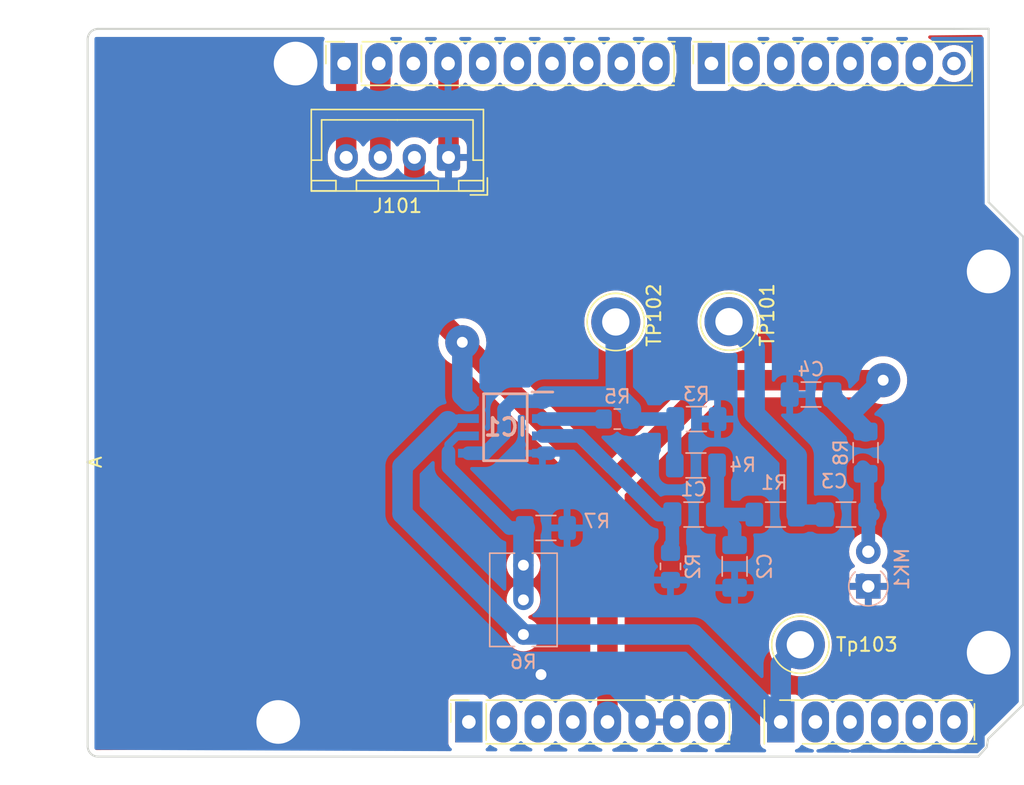
<source format=kicad_pcb>
(kicad_pcb (version 20221018) (generator pcbnew)
  (title_block (title "PCB capteur audio") (date "novembre, 37  2023"))
  (layers (0 "F.Cu" signal) (31 "B.Cu" signal) (34 "B.Paste" user) (35 "F.Paste" user) (36 "B.SilkS" user "B.Silkscreen") (37 "F.SilkS" user "F.Silkscreen") (38 "B.Mask" user) (39 "F.Mask" user) (44 "Edge.Cuts" user))
  (net 0 "")
  (net 1 "GND")
  (net 3 "+5V")
  (net 4 "/IOREF")
  (net 5 "/A0")
  (net 6 "/A1")
  (net 7 "/A2")
  (net 8 "/A3")
  (net 9 "/SDA{slash}A4")
  (net 10 "/SCL{slash}A5")
  (net 11 "/13")
  (net 12 "/12")
  (net 13 "/AREF")
  (net 14 "/8")
  (net 15 "/7")
  (net 16 "/*11")
  (net 17 "/*10")
  (net 18 "/*9")
  (net 19 "/4")
  (net 20 "/2")
  (net 21 "/*6")
  (net 22 "/*5")
  (net 23 "/TX{slash}1")
  (net 24 "/*3")
  (net 25 "/RX{slash}0")
  (net 26 "+3V3")
  (net 27 "VCC")
  (net 28 "/~{RESET}")
  (net 29 "Net-(C1-Pad1)")
  (net 30 "Net-(IC1-NON-INVERTING_INPUT_A)")
  (net 31 "Net-(MK1-+)")
  (net 32 "Net-(C3-Pad2)")
  (net 33 "/Out_Etage_1")
  (net 34 "Net-(IC1-INVERTING_INPUT_B)")
  (net 35 "Net-(IC1-INVERTING_INPUT_A)")
  (footprint "Connector_PinSocket_2.54mm:PinSocket_1x08_P2.54mm_Vertical" (layer "F.Cu") (at 127.94 97.46 90)
    (fp_text reference "J1" hide)
    (fp_text value "Power" hide)
    (fp_line (start -1.6 1.27) (end -1.6 19.11) (stroke (width 0.12)) (layer "F.SilkS"))
    (fp_line (start -1.33 1.27) (end 1.33 1.27) (stroke (width 0.12)) (layer "F.SilkS"))
    (fp_line (start -1.33 19.11) (end 1.33 19.11) (stroke (width 0.12)) (layer "F.SilkS"))
    (fp_line (start 0 -1.33) (end 1.33 -1.33) (stroke (width 0.12)) (layer "F.SilkS"))
    (fp_line (start 1.6 -1.33) (end 1.6 0) (stroke (width 0.12)) (layer "F.SilkS"))
    (fp_line (start 1.6 1.28) (end 1.6 19.12) (stroke (width 0.12)) (layer "F.SilkS"))
    (pad "1" thru_hole rect locked (at 0 0 90) (size 3 2) (drill 1) (layers "*.Cu" "*.Mask"))
    (pad "2" thru_hole oval locked (at 0 2.54 90) (size 3 2) (drill 1) (layers "*.Cu" "*.Mask") (net 4 "/IOREF"))
    (pad "3" thru_hole oval locked (at 0 5.08 90) (size 3 2) (drill 1) (layers "*.Cu" "*.Mask") (net 28 "/~{RESET}"))
    (pad "4" thru_hole oval locked (at 0 7.62 90) (size 3 2) (drill 1) (layers "*.Cu" "*.Mask") (net 26 "+3V3"))
    (pad "5" thru_hole oval locked (at 0 10.16 90) (size 3 2) (drill 1) (layers "*.Cu" "*.Mask") (net 3 "+5V"))
    (pad "6" thru_hole oval locked (at 0 12.7 90) (size 3 2) (drill 1) (layers "*.Cu" "*.Mask") (net 1 "GND"))
    (pad "7" thru_hole oval locked (at 0 15.24 90) (size 3 2) (drill 1) (layers "*.Cu" "*.Mask") (net 1 "GND"))
    (pad "8" thru_hole oval locked (at 0 17.78 90) (size 3 2) (drill 1) (layers "*.Cu" "*.Mask") (net 27 "VCC"))
  )
  (footprint "Connector_PinSocket_2.54mm:PinSocket_1x06_P2.54mm_Vertical" (layer "F.Cu") (at 150.8 97.46 90)
    (fp_text reference "J3" hide)
    (fp_text value "Analog")
    (fp_line (start -1.6 -1.2) (end 1.06 -1.2) (stroke (width 0.12)) (layer "F.SilkS"))
    (fp_line (start -1.6 1.6) (end -1.6 14.36) (stroke (width 0.12)) (layer "F.SilkS"))
    (fp_line (start -1.33 14.2) (end 1.33 14.2) (stroke (width 0.12)) (layer "F.SilkS"))
    (fp_line (start 0.27 -1.2) (end 1.6 -1.2) (stroke (width 0.12)) (layer "F.SilkS"))
    (fp_line (start 1.6 -0.065) (end 1.6 1.265) (stroke (width 0.12)) (layer "F.SilkS"))
    (fp_line (start 1.6 1.27) (end 1.6 14.03) (stroke (width 0.12)) (layer "F.SilkS"))
    (pad "1" thru_hole rect locked (at 0 0 90) (size 3 2) (drill 1) (layers "*.Cu" "*.Mask") (net 5 "/A0"))
    (pad "2" thru_hole oval locked (at 0 2.54 90) (size 3 2) (drill 1) (layers "*.Cu" "*.Mask") (net 6 "/A1"))
    (pad "3" thru_hole oval locked (at 0 5.08 90) (size 3 2) (drill 1) (layers "*.Cu" "*.Mask") (net 7 "/A2"))
    (pad "4" thru_hole oval locked (at 0 7.62 90) (size 3 2) (drill 1) (layers "*.Cu" "*.Mask") (net 8 "/A3"))
    (pad "5" thru_hole oval locked (at 0 10.16 90) (size 3 2) (drill 1) (layers "*.Cu" "*.Mask") (net 9 "/SDA{slash}A4"))
    (pad "6" thru_hole oval locked (at 0 12.7 90) (size 3 2) (drill 1) (layers "*.Cu" "*.Mask") (net 10 "/SCL{slash}A5"))
  )
  (footprint "Connector_PinSocket_2.54mm:PinSocket_1x10_P2.54mm_Vertical" (layer "F.Cu") (at 118.796 49.2 90)
    (fp_text reference "J2" hide)
    (fp_text value "Digital/PWM")
    (fp_line (start -1.6 1.27) (end -1.6 24.19) (stroke (width 0.12)) (layer "F.SilkS"))
    (fp_line (start -1.33 1.27) (end 1.33 1.27) (stroke (width 0.12)) (layer "F.SilkS"))
    (fp_line (start -1.33 24.19) (end 1.33 24.19) (stroke (width 0.12)) (layer "F.SilkS"))
    (fp_line (start 0 -1.33) (end 1.33 -1.33) (stroke (width 0.12)) (layer "F.SilkS"))
    (fp_line (start 1.6 -1.33) (end 1.6 0) (stroke (width 0.12)) (layer "F.SilkS"))
    (fp_line (start 1.6 1.34) (end 1.6 24.26) (stroke (width 0.12)) (layer "F.SilkS"))
    (pad "1" thru_hole rect locked (at 0 0 90) (size 3 2) (drill 1) (layers "*.Cu" "*.Mask") (net 10 "/SCL{slash}A5"))
    (pad "2" thru_hole oval locked (at 0 2.54 90) (size 3 2) (drill 1) (layers "*.Cu" "*.Mask") (net 9 "/SDA{slash}A4"))
    (pad "3" thru_hole oval locked (at 0 5.08 90) (size 3 2) (drill 1) (layers "*.Cu" "*.Mask") (net 13 "/AREF"))
    (pad "4" thru_hole oval locked (at 0 7.62 90) (size 3 2) (drill 1) (layers "*.Cu" "*.Mask") (net 1 "GND"))
    (pad "5" thru_hole oval locked (at 0 10.16 90) (size 3 2) (drill 1) (layers "*.Cu" "*.Mask") (net 11 "/13"))
    (pad "6" thru_hole oval locked (at 0 12.7 90) (size 3 2) (drill 1) (layers "*.Cu" "*.Mask") (net 12 "/12"))
    (pad "7" thru_hole oval locked (at 0 15.24 90) (size 3 2) (drill 1) (layers "*.Cu" "*.Mask") (net 16 "/*11"))
    (pad "8" thru_hole oval locked (at 0 17.78 90) (size 3 2) (drill 1) (layers "*.Cu" "*.Mask") (net 17 "/*10"))
    (pad "9" thru_hole oval locked (at 0 20.32 90) (size 3 2) (drill 1) (layers "*.Cu" "*.Mask") (net 18 "/*9"))
    (pad "10" thru_hole oval locked (at 0 22.86 90) (size 3 2) (drill 1) (layers "*.Cu" "*.Mask") (net 14 "/8"))
  )
  (footprint "Connector_PinSocket_2.54mm:PinSocket_1x08_P2.54mm_Vertical" (layer "F.Cu") (at 145.72 49.2 90)
    (fp_text reference "J4" hide)
    (fp_text value "Digital/PWM")
    (fp_line (start -1.6 1.27) (end -1.6 19.11) (stroke (width 0.12)) (layer "F.SilkS"))
    (fp_line (start -1.33 1.27) (end 1.33 1.27) (stroke (width 0.12)) (layer "F.SilkS"))
    (fp_line (start -1.33 19.11) (end 1.33 19.11) (stroke (width 0.12)) (layer "F.SilkS"))
    (fp_line (start 0 -1.33) (end 1.33 -1.33) (stroke (width 0.12)) (layer "F.SilkS"))
    (fp_line (start 1.6 -1.33) (end 1.6 0) (stroke (width 0.12)) (layer "F.SilkS"))
    (fp_line (start 1.6 1.28) (end 1.6 19.12) (stroke (width 0.12)) (layer "F.SilkS"))
    (pad "1" thru_hole rect locked (at 0 0 90) (size 3 2) (drill 1) (layers "*.Cu" "*.Mask") (net 15 "/7"))
    (pad "2" thru_hole oval locked (at 0 2.54 90) (size 3 2) (drill 1) (layers "*.Cu" "*.Mask") (net 21 "/*6"))
    (pad "3" thru_hole oval locked (at 0 5.08 90) (size 3 2) (drill 1) (layers "*.Cu" "*.Mask" "F.Adhes") (net 22 "/*5"))
    (pad "4" thru_hole oval locked (at 0 7.62 90) (size 3 2) (drill 1) (layers "*.Cu" "*.Mask") (net 19 "/4"))
    (pad "5" thru_hole oval locked (at 0 10.16 90) (size 3 2) (drill 1) (layers "*.Cu" "*.Mask") (net 24 "/*3"))
    (pad "6" thru_hole oval locked (at 0 12.7 90) (size 3 2) (drill 1) (layers "*.Cu" "*.Mask") (net 20 "/2"))
    (pad "7" thru_hole oval locked (at 0 15.24 90) (size 3 2) (drill 1) (layers "*.Cu" "*.Mask") (net 23 "/TX{slash}1"))
    (pad "8" thru_hole oval locked (at 0 17.78 90) (size 1.7 1.7) (drill 1) (layers "*.Cu" "*.Mask") (net 25 "/RX{slash}0"))
  )
  (footprint "TestPoint:TestPoint_Loop_D3.80mm_Drill2.0mm" (layer "F.Cu") (at 147.01 68.12 90)
    (fp_text reference "TP101" (at 0.5 2.8 90) (layer "F.SilkS"))
    (fp_text value "Out1")
    (fp_circle (center 0 0) (end 2.1 0) (stroke (width 0.12)) (fill none) (layer "F.SilkS"))
    (pad "1" thru_hole circle (at 0 0 90) (size 3.6 3.6) (drill 2) (layers "*.Cu" "*.Mask") (net 32 "Net-(C3-Pad2)"))
  )
  (footprint "Arduino_MountingHole:MountingHole_3.2mm" (layer "F.Cu") (at 115.24 49.2)
    (fp_text reference "MH1" hide)
    (fp_text value "MountingHole_3.2mm" hide)
    (pad "" np_thru_hole circle locked (at 0 0) (size 3.2 3.2) (drill 3.2) (layers "*.Cu" "*.Mask"))
  )
  (footprint "TestPoint:TestPoint_Loop_D3.80mm_Drill2.0mm" (layer "F.Cu") (at 152.24 91.8)
    (fp_text reference "Tp103" (at 4.87 -0.01) (layer "F.SilkS"))
    (fp_text value "Out3")
    (fp_circle (center 0 0) (end 2.1 0) (stroke (width 0.12)) (fill none) (layer "F.SilkS"))
    (pad "1" thru_hole circle (at 0 0) (size 3.6 3.6) (drill 2) (layers "*.Cu" "*.Mask") (net 5 "/A0"))
  )
  (footprint "TestPoint:TestPoint_Loop_D3.80mm_Drill2.0mm" (layer "F.Cu") (at 138.71 68.14 90)
    (fp_text reference "TP102" (at 0.5 2.8 90) (layer "F.SilkS"))
    (fp_text value "Out2")
    (fp_circle (center 0 0) (end 2.1 0) (stroke (width 0.12)) (fill none) (layer "F.SilkS"))
    (pad "1" thru_hole circle (at 0 0 90) (size 3.6 3.6) (drill 2) (layers "*.Cu" "*.Mask") (net 33 "/Out_Etage_1"))
  )
  (footprint "Arduino_MountingHole:MountingHole_3.2mm" (layer "F.Cu") (at 113.97 97.46)
    (fp_text reference "MH2" hide)
    (fp_text value "MountingHole_3.2mm" hide)
    (pad "" np_thru_hole circle locked (at 0 0) (size 3.2 3.2) (drill 3.2) (layers "*.Cu" "*.Mask"))
  )
  (footprint "Arduino_MountingHole:MountingHole_3.2mm" (layer "F.Cu") (at 166.04 64.44)
    (fp_text reference "MH3" hide)
    (fp_text value "MountingHole_3.2mm" hide)
    (pad "" np_thru_hole circle locked (at 0 0) (size 3.2 3.2) (drill 3.2) (layers "*.Cu" "*.Mask"))
  )
  (footprint "Connector_JST:JST_XH_B4B-XH-A_1x04_P2.50mm_Vertical" (layer "F.Cu") (at 126.45 56.08 180)
    (fp_text reference "J101" (at 3.75 -3.55) (layer "F.SilkS"))
    (fp_text value "Conn_01x04_Female")
    (fp_line (start -2.85 -2.75) (end -2.85 -1.5) (stroke (width 0.12)) (layer "F.SilkS"))
    (fp_line (start -2.56 -2.46) (end -2.56 3.51) (stroke (width 0.12)) (layer "F.SilkS"))
    (fp_line (start -2.56 3.51) (end 10.06 3.51) (stroke (width 0.12)) (layer "F.SilkS"))
    (fp_line (start -2.55 -2.45) (end -2.55 -1.7) (stroke (width 0.12)) (layer "F.SilkS"))
    (fp_line (start -2.55 -1.7) (end -0.75 -1.7) (stroke (width 0.12)) (layer "F.SilkS"))
    (fp_line (start -2.55 -0.2) (end -1.8 -0.2) (stroke (width 0.12)) (layer "F.SilkS"))
    (fp_line (start -1.8 -0.2) (end -1.8 2.75) (stroke (width 0.12)) (layer "F.SilkS"))
    (fp_line (start -1.8 2.75) (end 3.75 2.75) (stroke (width 0.12)) (layer "F.SilkS"))
    (fp_line (start -1.6 -2.75) (end -2.85 -2.75) (stroke (width 0.12)) (layer "F.SilkS"))
    (fp_line (start -0.75 -2.45) (end -2.55 -2.45) (stroke (width 0.12)) (layer "F.SilkS"))
    (fp_line (start -0.75 -1.7) (end -0.75 -2.45) (stroke (width 0.12)) (layer "F.SilkS"))
    (fp_line (start 0.75 -2.45) (end 0.75 -1.7) (stroke (width 0.12)) (layer "F.SilkS"))
    (fp_line (start 0.75 -1.7) (end 6.75 -1.7) (stroke (width 0.12)) (layer "F.SilkS"))
    (fp_line (start 6.75 -2.45) (end 0.75 -2.45) (stroke (width 0.12)) (layer "F.SilkS"))
    (fp_line (start 6.75 -1.7) (end 6.75 -2.45) (stroke (width 0.12)) (layer "F.SilkS"))
    (fp_line (start 8.25 -2.45) (end 8.25 -1.7) (stroke (width 0.12)) (layer "F.SilkS"))
    (fp_line (start 8.25 -1.7) (end 10.05 -1.7) (stroke (width 0.12)) (layer "F.SilkS"))
    (fp_line (start 9.3 -0.2) (end 9.3 2.75) (stroke (width 0.12)) (layer "F.SilkS"))
    (fp_line (start 9.3 2.75) (end 3.75 2.75) (stroke (width 0.12)) (layer "F.SilkS"))
    (fp_line (start 10.05 -2.45) (end 8.25 -2.45) (stroke (width 0.12)) (layer "F.SilkS"))
    (fp_line (start 10.05 -1.7) (end 10.05 -2.45) (stroke (width 0.12)) (layer "F.SilkS"))
    (fp_line (start 10.05 -0.2) (end 9.3 -0.2) (stroke (width 0.12)) (layer "F.SilkS"))
    (fp_line (start 10.06 -2.46) (end -2.56 -2.46) (stroke (width 0.12)) (layer "F.SilkS"))
    (fp_line (start 10.06 3.51) (end 10.06 -2.46) (stroke (width 0.12)) (layer "F.SilkS"))
    (pad "1" thru_hole roundrect (at 0 0 180) (size 1.7 1.95) (drill 0.95) (layers "*.Cu" "*.Mask") (roundrect_rratio 0.147059) (net 1 "GND"))
    (pad "2" thru_hole oval (at 2.5 0 180) (size 1.7 1.95) (drill 0.95) (layers "*.Cu" "*.Mask") (net 3 "+5V"))
    (pad "3" thru_hole oval (at 5 0 180) (size 1.7 1.95) (drill 0.95) (layers "*.Cu" "*.Mask") (net 9 "/SDA{slash}A4"))
    (pad "4" thru_hole oval (at 7.5 0 180) (size 1.7 1.95) (drill 0.95) (layers "*.Cu" "*.Mask") (net 10 "/SCL{slash}A5"))
  )
  (footprint "Arduino_MountingHole:MountingHole_3.2mm" (layer "F.Cu") (at 166.04 92.38)
    (fp_text reference "MH4" hide)
    (fp_text value "MountingHole_3.2mm" hide)
    (pad "" np_thru_hole circle locked (at 0 0) (size 3.2 3.2) (drill 3.2) (layers "*.Cu" "*.Mask"))
  )
  (footprint "Capacitor_SMD:C_1206_3216Metric_Pad1.33x1.80mm_HandSolder" (layer "B.Cu") (at 155.5825 82.2575 180)
    (fp_text reference "C3" (at 0.8625 2.4375) (layer "B.SilkS") (effects (justify mirror)))
    (fp_text value "10n")
    (fp_line (start -0.711252 -0.91) (end 0.711252 -0.91) (stroke (width 0.12)) (layer "B.SilkS"))
    (fp_line (start -0.711252 0.91) (end 0.711252 0.91) (stroke (width 0.12)) (layer "B.SilkS"))
    (pad "1" smd roundrect (at -1.5625 0 180) (size 1.325 1.8) (layers "B.Cu" "B.Paste" "B.Mask") (roundrect_rratio 0.188679) (net 31 "Net-(MK1-+)"))
    (pad "2" smd roundrect (at 1.5625 0 180) (size 1.325 1.8) (layers "B.Cu" "B.Paste" "B.Mask") (roundrect_rratio 0.188679) (net 32 "Net-(C3-Pad2)"))
  )
  (footprint "Resistor_SMD:R_0805_2012Metric_Pad1.20x1.40mm_HandSolder" (layer "B.Cu") (at 142.72 86.0575 90)
    (fp_text reference "R2" (at 0 1.65 270) (layer "B.SilkS") (effects (justify mirror)))
    (fp_text value "20k")
    (fp_line (start -0.227064 -0.735) (end 0.227064 -0.735) (stroke (width 0.12)) (layer "B.SilkS"))
    (fp_line (start -0.227064 0.735) (end 0.227064 0.735) (stroke (width 0.12)) (layer "B.SilkS"))
    (pad "1" smd roundrect (at -1 0 90) (size 1.2 1.4) (layers "B.Cu" "B.Paste" "B.Mask") (roundrect_rratio 0.208333) (net 1 "GND"))
    (pad "2" smd roundrect (at 1 0 90) (size 1.2 1.4) (layers "B.Cu" "B.Paste" "B.Mask") (roundrect_rratio 0.208333) (net 30 "Net-(IC1-NON-INVERTING_INPUT_A)"))
  )
  (footprint "Resistor_SMD:R_1206_3216Metric_Pad1.30x1.75mm_HandSolder" (layer "B.Cu") (at 133.59 83.24 180)
    (fp_text reference "R7" (at -3.7375 0.5) (layer "B.SilkS") (effects (justify mirror)))
    (fp_text value "1k")
    (fp_line (start -0.727064 -0.91) (end 0.727064 -0.91) (stroke (width 0.12)) (layer "B.SilkS"))
    (fp_line (start -0.727064 0.91) (end 0.727064 0.91) (stroke (width 0.12)) (layer "B.SilkS"))
    (pad "1" smd roundrect (at -1.55 0 180) (size 1.3 1.75) (layers "B.Cu" "B.Paste" "B.Mask") (roundrect_rratio 0.192308) (net 1 "GND"))
    (pad "2" smd roundrect (at 1.55 0 180) (size 1.3 1.75) (layers "B.Cu" "B.Paste" "B.Mask") (roundrect_rratio 0.192308) (net 34 "Net-(IC1-INVERTING_INPUT_B)"))
  )
  (footprint "Diode_THT:D_A-405_P2.54mm_Vertical_AnodeUp" (layer "B.Cu") (at 157.22 87.52 90)
    (fp_text reference "MK1" (at 1.27 2.47 90) (layer "B.SilkS") (effects (justify mirror)))
    (fp_text value "Microphone_Ultrasound" hide)
    (fp_text user "A" (at 9.1025 -56.7 90) (layer "F.SilkS"))
    (fp_arc (start 1.113239 0.9) (mid -1.430816 0.045469) (end 1.05385 -0.968866) (stroke (width 0.12)) (layer "B.SilkS"))
    (pad "1" thru_hole rect (at 0 0 90) (size 1.8 1.8) (drill 0.9) (layers "*.Cu" "*.Mask") (net 1 "GND"))
    (pad "2" thru_hole oval (at 2.54 0 90) (size 1.8 1.8) (drill 0.9) (layers "*.Cu" "*.Mask") (net 31 "Net-(MK1-+)"))
  )
  (footprint "Potentiometer_THT:Potentiometer_Vishay_T73XW_Horizontal" (layer "B.Cu") (at 131.94 91.05)
    (fp_text reference "R6" (at 0 2.01) (layer "B.SilkS") (effects (justify mirror)))
    (fp_text value "100k")
    (fp_line (start -2.47 -5.96) (end -0.65 -5.96) (stroke (width 0.12)) (layer "B.SilkS"))
    (fp_line (start -2.47 0.88) (end -2.47 -5.96) (stroke (width 0.12)) (layer "B.SilkS"))
    (fp_line (start -2.47 0.88) (end -0.65 0.88) (stroke (width 0.12)) (layer "B.SilkS"))
    (fp_line (start 0.65 -5.96) (end 2.47 -5.96) (stroke (width 0.12)) (layer "B.SilkS"))
    (fp_line (start 0.65 0.88) (end 2.47 0.88) (stroke (width 0.12)) (layer "B.SilkS"))
    (fp_line (start 2.47 0.88) (end 2.47 -5.96) (stroke (width 0.12)) (layer "B.SilkS"))
    (pad "1" thru_hole circle (at 0 0) (size 1.44 1.44) (drill 0.8) (layers "*.Cu" "*.Mask") (net 5 "/A0"))
    (pad "2" thru_hole circle (at 0 -2.54) (size 1.44 1.44) (drill 0.8) (layers "*.Cu" "*.Mask") (net 34 "Net-(IC1-INVERTING_INPUT_B)"))
    (pad "3" thru_hole circle (at 0 -5.08) (size 1.44 1.44) (drill 0.8) (layers "*.Cu" "*.Mask") (net 34 "Net-(IC1-INVERTING_INPUT_B)"))
  )
  (footprint "Resistor_SMD:R_1206_3216Metric_Pad1.30x1.75mm_HandSolder" (layer "B.Cu") (at 144.5825 78.6575 180)
    (fp_text reference "R4" (at -3.4375 0.0375) (layer "B.SilkS") (effects (justify mirror)))
    (fp_text value "10k")
    (fp_line (start -0.727064 -0.91) (end 0.727064 -0.91) (stroke (width 0.12)) (layer "B.SilkS"))
    (fp_line (start -0.727064 0.91) (end 0.727064 0.91) (stroke (width 0.12)) (layer "B.SilkS"))
    (pad "1" smd roundrect (at -1.55 0 180) (size 1.3 1.75) (layers "B.Cu" "B.Paste" "B.Mask") (roundrect_rratio 0.192308) (net 29 "Net-(C1-Pad1)"))
    (pad "2" smd roundrect (at 1.55 0 180) (size 1.3 1.75) (layers "B.Cu" "B.Paste" "B.Mask") (roundrect_rratio 0.192308) (net 33 "/Out_Etage_1"))
  )
  (footprint "Capacitor_SMD:C_1206_3216Metric_Pad1.33x1.80mm_HandSolder" (layer "B.Cu") (at 144.42 82.2575 180)
    (fp_text reference "C1" (at 0 1.85) (layer "B.SilkS") (effects (justify mirror)))
    (fp_text value "10n")
    (fp_line (start -0.711252 -0.91) (end 0.711252 -0.91) (stroke (width 0.12)) (layer "B.SilkS"))
    (fp_line (start -0.711252 0.91) (end 0.711252 0.91) (stroke (width 0.12)) (layer "B.SilkS"))
    (pad "1" smd roundrect (at -1.5625 0 180) (size 1.325 1.8) (layers "B.Cu" "B.Paste" "B.Mask") (roundrect_rratio 0.188679) (net 29 "Net-(C1-Pad1)"))
    (pad "2" smd roundrect (at 1.5625 0 180) (size 1.325 1.8) (layers "B.Cu" "B.Paste" "B.Mask") (roundrect_rratio 0.188679) (net 30 "Net-(IC1-NON-INVERTING_INPUT_A)"))
  )
  (footprint "Capacitor_SMD:C_1206_3216Metric_Pad1.33x1.80mm_HandSolder" (layer "B.Cu") (at 147.42 86.0575 90)
    (fp_text reference "C2" (at 0 2.2 90) (layer "B.SilkS") (effects (justify mirror)))
    (fp_text value "10n")
    (fp_line (start -0.711252 -0.91) (end 0.711252 -0.91) (stroke (width 0.12)) (layer "B.SilkS"))
    (fp_line (start -0.711252 0.91) (end 0.711252 0.91) (stroke (width 0.12)) (layer "B.SilkS"))
    (pad "1" smd roundrect (at -1.5625 0 90) (size 1.325 1.8) (layers "B.Cu" "B.Paste" "B.Mask") (roundrect_rratio 0.188679) (net 1 "GND"))
    (pad "2" smd roundrect (at 1.5625 0 90) (size 1.325 1.8) (layers "B.Cu" "B.Paste" "B.Mask") (roundrect_rratio 0.188679) (net 29 "Net-(C1-Pad1)"))
  )
  (footprint "Resistor_SMD:R_1206_3216Metric_Pad1.30x1.75mm_HandSolder" (layer "B.Cu") (at 157.02 77.72 -90)
    (fp_text reference "R8" (at 0 1.82 90) (layer "B.SilkS") (effects (justify mirror)))
    (fp_text value "10k")
    (fp_line (start -0.727064 -0.91) (end 0.727064 -0.91) (stroke (width 0.12)) (layer "B.SilkS"))
    (fp_line (start -0.727064 0.91) (end 0.727064 0.91) (stroke (width 0.12)) (layer "B.SilkS"))
    (pad "1" smd roundrect (at -1.55 0 270) (size 1.3 1.75) (layers "B.Cu" "B.Paste" "B.Mask") (roundrect_rratio 0.192308) (net 3 "+5V"))
    (pad "2" smd roundrect (at 1.55 0 270) (size 1.3 1.75) (layers "B.Cu" "B.Paste" "B.Mask") (roundrect_rratio 0.192308) (net 31 "Net-(MK1-+)"))
  )
  (footprint "Resistor_SMD:R_1206_3216Metric_Pad1.30x1.75mm_HandSolder" (layer "B.Cu") (at 150.42 82.2575 180)
    (fp_text reference "R1" (at 0.1 2.3375) (layer "B.SilkS") (effects (justify mirror)))
    (fp_text value "10k")
    (fp_line (start -0.727064 -0.91) (end 0.727064 -0.91) (stroke (width 0.12)) (layer "B.SilkS"))
    (fp_line (start -0.727064 0.91) (end 0.727064 0.91) (stroke (width 0.12)) (layer "B.SilkS"))
    (pad "1" smd roundrect (at -1.55 0 180) (size 1.3 1.75) (layers "B.Cu" "B.Paste" "B.Mask") (roundrect_rratio 0.192308) (net 32 "Net-(C3-Pad2)"))
    (pad "2" smd roundrect (at 1.55 0 180) (size 1.3 1.75) (layers "B.Cu" "B.Paste" "B.Mask") (roundrect_rratio 0.192308) (net 29 "Net-(C1-Pad1)"))
  )
  (footprint "Resistor_SMD:R_0805_2012Metric_Pad1.20x1.40mm_HandSolder" (layer "B.Cu") (at 138.82 75.2575 180)
    (fp_text reference "R5" (at 0 1.65) (layer "B.SilkS") (effects (justify mirror)))
    (fp_text value "15k")
    (fp_line (start -0.227064 -0.735) (end 0.227064 -0.735) (stroke (width 0.12)) (layer "B.SilkS"))
    (fp_line (start -0.227064 0.735) (end 0.227064 0.735) (stroke (width 0.12)) (layer "B.SilkS"))
    (pad "1" smd roundrect (at -1 0 180) (size 1.2 1.4) (layers "B.Cu" "B.Paste" "B.Mask") (roundrect_rratio 0.208333) (net 33 "/Out_Etage_1"))
    (pad "2" smd roundrect (at 1 0 180) (size 1.2 1.4) (layers "B.Cu" "B.Paste" "B.Mask") (roundrect_rratio 0.208333) (net 35 "Net-(IC1-INVERTING_INPUT_A)"))
  )
  (footprint "Resistor_SMD:R_1206_3216Metric_Pad1.30x1.75mm_HandSolder" (layer "B.Cu") (at 144.62 75.2575 180)
    (fp_text reference "R3" (at 0 1.82) (layer "B.SilkS") (effects (justify mirror)))
    (fp_text value "10k")
    (fp_line (start -0.727064 -0.91) (end 0.727064 -0.91) (stroke (width 0.12)) (layer "B.SilkS"))
    (fp_line (start -0.727064 0.91) (end 0.727064 0.91) (stroke (width 0.12)) (layer "B.SilkS"))
    (pad "1" smd roundrect (at -1.55 0 180) (size 1.3 1.75) (layers "B.Cu" "B.Paste" "B.Mask") (roundrect_rratio 0.192308) (net 1 "GND"))
    (pad "2" smd roundrect (at 1.55 0 180) (size 1.3 1.75) (layers "B.Cu" "B.Paste" "B.Mask") (roundrect_rratio 0.192308) (net 33 "/Out_Etage_1"))
  )
  (footprint "Capacitor_SMD:C_1206_3216Metric_Pad1.33x1.80mm_HandSolder" (layer "B.Cu") (at 153.02 73.4575 180)
    (fp_text reference "C4" (at 0 1.85) (layer "B.SilkS") (effects (justify mirror)))
    (fp_text value "100n")
    (fp_line (start -0.711252 -0.91) (end 0.711252 -0.91) (stroke (width 0.12)) (layer "B.SilkS"))
    (fp_line (start -0.711252 0.91) (end 0.711252 0.91) (stroke (width 0.12)) (layer "B.SilkS"))
    (pad "1" smd roundrect (at -1.5625 0 180) (size 1.325 1.8) (layers "B.Cu" "B.Paste" "B.Mask") (roundrect_rratio 0.188679) (net 3 "+5V"))
    (pad "2" smd roundrect (at 1.5625 0 180) (size 1.325 1.8) (layers "B.Cu" "B.Paste" "B.Mask") (roundrect_rratio 0.188679) (net 1 "GND"))
  )
  (footprint "KiCad:SOIC127P600X175-8N" (layer "B.Cu") (at 130.62 75.8575 180)
    (fp_text reference "IC1" (at 0 0) (layer "B.SilkS") (effects (font (size 1.27 1.27) (thickness 0.254)) (justify mirror)))
    (fp_text value "LME49860MAX_NOPB" hide)
    (fp_line (start -3.475 2.58) (end -1.948 2.58) (stroke (width 0.2)) (layer "B.SilkS"))
    (fp_line (start -1.598 -2.452) (end -1.598 2.452) (stroke (width 0.2)) (layer "B.SilkS"))
    (fp_line (start -1.598 2.452) (end 1.598 2.452) (stroke (width 0.2)) (layer "B.SilkS"))
    (fp_line (start 1.598 -2.452) (end -1.598 -2.452) (stroke (width 0.2)) (layer "B.SilkS"))
    (fp_line (start 1.598 2.452) (end 1.598 -2.452) (stroke (width 0.2)) (layer "B.SilkS"))
    (pad "1" smd rect (at -2.711 1.905 90) (size 0.65 1.528) (layers "B.Cu" "B.Paste" "B.Mask") (net 33 "/Out_Etage_1"))
    (pad "2" smd rect (at -2.711 0.635 90) (size 0.65 1.528) (layers "B.Cu" "B.Paste" "B.Mask") (net 35 "Net-(IC1-INVERTING_INPUT_A)"))
    (pad "3" smd rect (at -2.711 -0.635 90) (size 0.65 1.528) (layers "B.Cu" "B.Paste" "B.Mask") (net 30 "Net-(IC1-NON-INVERTING_INPUT_A)"))
    (pad "4" smd rect (at -2.711 -1.905 90) (size 0.65 1.528) (layers "B.Cu" "B.Paste" "B.Mask") (net 1 "GND"))
    (pad "5" smd rect (at 2.711 -1.905 90) (size 0.65 1.528) (layers "B.Cu" "B.Paste" "B.Mask") (net 33 "/Out_Etage_1"))
    (pad "6" smd rect (at 2.711 -0.635 90) (size 0.65 1.528) (layers "B.Cu" "B.Paste" "B.Mask") (net 34 "Net-(IC1-INVERTING_INPUT_B)"))
    (pad "7" smd rect (at 2.711 0.635 90) (size 0.65 1.528) (layers "B.Cu" "B.Paste" "B.Mask") (net 5 "/A0"))
    (pad "8" smd rect (at 2.711 1.905 90) (size 0.65 1.528) (layers "B.Cu" "B.Paste" "B.Mask") (net 3 "+5V"))
  )
  (gr_line (start 166.04 59.36) (end 168.58 61.9) (stroke (width 0.15)) (layer "Edge.Cuts"))
  (gr_line (start 100 99.238) (end 100 47.422) (stroke (width 0.15)) (layer "Edge.Cuts"))
  (gr_line (start 163.5 46.66) (end 166.04 46.65) (stroke (width 0.15)) (layer "Edge.Cuts"))
  (gr_line (start 165.278 100) (end 165.9 99.3) (stroke (width 0.15)) (layer "Edge.Cuts"))
  (gr_line (start 168.58 61.9) (end 168.58 96.19) (stroke (width 0.15)) (layer "Edge.Cuts"))
  (gr_line (start 165.278 100) (end 100.762 100) (stroke (width 0.15)) (layer "Edge.Cuts"))
  (gr_line (start 166 98.7) (end 165.9 99.3) (stroke (width 0.15)) (layer "Edge.Cuts"))
  (gr_line (start 100.762 46.66) (end 163.5 46.66) (stroke (width 0.15)) (layer "Edge.Cuts"))
  (gr_arc (start 100.762 100) (mid 100.223185 99.776815) (end 100 99.238) (stroke (width 0.15)) (layer "Edge.Cuts"))
  (gr_line (start 168.58 96.19) (end 166 98.7) (stroke (width 0.15)) (layer "Edge.Cuts"))
  (gr_line (start 166.04 49.2) (end 166.04 46.65) (stroke (width 0.15)) (layer "Edge.Cuts"))
  (gr_line (start 166.04 49.2) (end 166.04 59.36) (stroke (width 0.15)) (layer "Edge.Cuts"))
  (gr_arc (start 100 47.422) (mid 100.223185 46.883185) (end 100.762 46.66) (stroke (width 0.15)) (layer "Edge.Cuts"))
  (segment (start 126.45 56.08) (end 126.45 49.234) (width 1.5) (layer "F.Cu") (net 1))
  (segment (start 126.416 49.2) (end 126.416 49.984) (width 1.5) (layer "F.Cu") (net 1))
  (segment (start 126.45 49.234) (end 126.416 49.2) (width 1.5) (layer "F.Cu") (net 1))
  (via (at 133.23 93.99) (size 2.5) (drill 0.8) (layers "F.Cu" "B.Cu") (net 1))
  (segment (start 140.64 97.46) (end 140.64 96.742284) (width 1.5) (layer "B.Cu") (net 1))
  (segment (start 157.22 87.52) (end 156.765 87.065) (width 1) (layer "B.Cu") (net 1))
  (segment (start 140.64 96.742284) (end 137.887716 93.99) (width 1.5) (layer "B.Cu") (net 1))
  (segment (start 137.887716 93.99) (end 133.23 93.99) (width 1.5) (layer "B.Cu") (net 1))
  (segment (start 133.331 77.7625) (end 133.85 77.7625) (width 1) (layer "B.Cu") (net 1))
  (segment (start 138.1 80.27) (end 127.46 69.63) (width 1.5) (layer "F.Cu") (net 3))
  (segment (start 127.46 69.63) (end 123.95 66.12) (width 1.5) (layer "F.Cu") (net 3))
  (segment (start 145.96 72.41) (end 158.31 72.41) (width 1.5) (layer "F.Cu") (net 3))
  (segment (start 138.1 96.46) (end 138.1 97.46) (width 1) (layer "F.Cu") (net 3))
  (segment (start 138.1 97.46) (end 138.1 80.27) (width 1.5) (layer "F.Cu") (net 3))
  (segment (start 138.1 80.27) (end 145.96 72.41) (width 1.5) (layer "F.Cu") (net 3))
  (segment (start 123.95 66.12) (end 123.95 56.08) (width 1.5) (layer "F.Cu") (net 3))
  (via (at 127.46 69.63) (size 2.5) (drill 0.8) (layers "F.Cu" "B.Cu") (net 3))
  (via (at 158.31 72.41) (size 2.5) (drill 0.8) (layers "F.Cu" "B.Cu") (net 3))
  (segment (start 127.46 73.5035) (end 127.904 73.9475) (width 1.5) (layer "B.Cu") (net 3))
  (segment (start 154.5825 73.4575) (end 154.5825 73.7325) (width 1.5) (layer "B.Cu") (net 3))
  (segment (start 127.46 69.63) (end 127.46 73.5035) (width 1.5) (layer "B.Cu") (net 3))
  (segment (start 155.785 74.935) (end 157.02 76.17) (width 1.5) (layer "B.Cu") (net 3))
  (segment (start 127.904 73.9475) (end 127.909 73.9475) (width 1.5) (layer "B.Cu") (net 3))
  (segment (start 155.785 74.935) (end 158.31 72.41) (width 1.5) (layer "B.Cu") (net 3))
  (segment (start 154.5825 73.7325) (end 155.785 74.935) (width 1.5) (layer "B.Cu") (net 3))
  (segment (start 152.24 91.8) (end 150.8 93.24) (width 1.5) (layer "B.Cu") (net 5))
  (segment (start 150.8 97.46) (end 144.39 91.05) (width 1.5) (layer "B.Cu") (net 5))
  (segment (start 150.8 93.24) (end 150.8 97.46) (width 1.5) (layer "B.Cu") (net 5))
  (segment (start 127.909 75.2225) (end 126.9575 75.2225) (width 0.6) (layer "B.Cu") (net 5))
  (segment (start 123.08 78.734734) (end 126.402367 75.412367) (width 1.5) (layer "B.Cu") (net 5))
  (segment (start 123.08 82.19) (end 123.08 79.1) (width 1.5) (layer "B.Cu") (net 5))
  (segment (start 144.39 91.05) (end 131.94 91.05) (width 1.5) (layer "B.Cu") (net 5))
  (segment (start 123.08 79.1) (end 123.08 78.734734) (width 1.5) (layer "B.Cu") (net 5))
  (segment (start 131.94 91.05) (end 123.08 82.19) (width 1.5) (layer "B.Cu") (net 5))
  (segment (start 126.9575 75.2225) (end 124.87 77.31) (width 0.6) (layer "B.Cu") (net 5))
  (segment (start 121.45 49.314) (end 121.336 49.2) (width 1.5) (layer "F.Cu") (net 9))
  (segment (start 121.45 56.08) (end 121.45 49.314) (width 1.5) (layer "F.Cu") (net 9))
  (segment (start 118.95 49.354) (end 118.796 49.2) (width 1.5) (layer "F.Cu") (net 10))
  (segment (start 118.95 56.08) (end 118.95 49.354) (width 1.5) (layer "F.Cu") (net 10))
  (segment (start 148.87 82.2575) (end 146.5 82.2575) (width 1) (layer "B.Cu") (net 29))
  (segment (start 147.42 84.495) (end 147.42 83.1775) (width 1) (layer "B.Cu") (net 29))
  (segment (start 147.42 83.1775) (end 146.5 82.2575) (width 1) (layer "B.Cu") (net 29))
  (segment (start 146.145 82.095) (end 145.9825 82.2575) (width 1) (layer "B.Cu") (net 29))
  (segment (start 146.145 78.6575) (end 146.145 82.095) (width 1) (layer "B.Cu") (net 29))
  (segment (start 146.5 82.2575) (end 145.9825 82.2575) (width 1) (layer "B.Cu") (net 29))
  (segment (start 142.8575 82.2575) (end 142.8575 84.3575) (width 1) (layer "B.Cu") (net 30))
  (segment (start 142.8575 84.3575) (end 142.72 84.495) (width 1) (layer "B.Cu") (net 30))
  (segment (start 133.331 76.4925) (end 136.07957 76.4925) (width 1) (layer "B.Cu") (net 30))
  (segment (start 136.07957 76.4925) (end 141.84457 82.2575) (width 1) (layer "B.Cu") (net 30))
  (segment (start 141.84457 82.2575) (end 142.8575 82.2575) (width 1) (layer "B.Cu") (net 30))
  (segment (start 157.145 82.2575) (end 157.145 79.1075) (width 1) (layer "B.Cu") (net 31))
  (segment (start 157.22 82.3325) (end 157.145 82.2575) (width 1) (layer "B.Cu") (net 31))
  (segment (start 157.145 79.1075) (end 156.82 78.7825) (width 1) (layer "B.Cu") (net 31))
  (segment (start 157.145 82.2575) (end 157.56 82.2575) (width 1) (layer "B.Cu") (net 31))
  (segment (start 157.22 84.98) (end 157.22 82.3325) (width 1) (layer "B.Cu") (net 31))
  (segment (start 147.01 68.12) (end 148.89 70) (width 1.5) (layer "B.Cu") (net 32))
  (segment (start 148.89 74.88) (end 151.97 77.96) (width 1.5) (layer "B.Cu") (net 32))
  (segment (start 148.89 70) (end 148.89 74.88) (width 1.5) (layer "B.Cu") (net 32))
  (segment (start 151.97 77.96) (end 151.97 82.2575) (width 1.5) (layer "B.Cu") (net 32))
  (segment (start 154.02 82.2575) (end 151.97 82.2575) (width 1.5) (layer "B.Cu") (net 32))
  (segment (start 139.82 75.2575) (end 139.82 74.5575) (width 1.5) (layer "B.Cu") (net 33))
  (segment (start 133.331 73.9525) (end 131.1175 73.9525) (width 1) (layer "B.Cu") (net 33))
  (segment (start 140.3825 75.2575) (end 143.0575 75.2575) (width 1) (layer "B.Cu") (net 33))
  (segment (start 129.128 77.7625) (end 130.52 76.3705) (width 1) (layer "B.Cu") (net 33))
  (segment (start 127.909 77.7625) (end 129.128 77.7625) (width 1) (layer "B.Cu") (net 33))
  (segment (start 138.87 73.6075) (end 133.496 73.6075) (width 1.5) (layer "B.Cu") (net 33))
  (segment (start 143.02 78.6575) (end 143.02 75.295) (width 1) (layer "B.Cu") (net 33))
  (segment (start 139.82 74.5575) (end 138.87 73.6075) (width 1.5) (layer "B.Cu") (net 33))
  (segment (start 133.496 73.6075) (end 133.331 73.7725) (width 1.5) (layer "B.Cu") (net 33))
  (segment (start 130.52 76.3705) (end 130.52 74.55) (width 1) (layer "B.Cu") (net 33))
  (segment (start 131.1175 73.9525) (end 130.52 74.55) (width 1) (layer "B.Cu") (net 33))
  (segment (start 143.02 75.295) (end 143.0575 75.2575) (width 1) (layer "B.Cu") (net 33))
  (segment (start 138.71 68.14) (end 138.71 73.585) (width 1.5) (layer "B.Cu") (net 33))
  (segment (start 138.71 73.585) (end 138.7825 73.6575) (width 1.5) (layer "B.Cu") (net 33))
  (segment (start 126.445 78.7875) (end 126.445 77.66) (width 1) (layer "B.Cu") (net 34))
  (segment (start 131.94 88.51) (end 131.94 85.97) (width 1.5) (layer "B.Cu") (net 34))
  (segment (start 126.445 77.1375) (end 126.445 77.66) (width 0.6) (layer "B.Cu") (net 34))
  (segment (start 127.909 76.4925) (end 127.09 76.4925) (width 0.6) (layer "B.Cu") (net 34))
  (segment (start 131.94 85.97) (end 131.94 83.34) (width 1.5) (layer "B.Cu") (net 34))
  (segment (start 127.09 76.4925) (end 126.445 77.1375) (width 0.6) (layer "B.Cu") (net 34))
  (segment (start 130.8975 83.24) (end 126.445 78.7875) (width 1) (layer "B.Cu") (net 34))
  (segment (start 132.04 83.24) (end 130.8975 83.24) (width 1) (layer "B.Cu") (net 34))
  (segment (start 131.94 83.34) (end 132.04 83.24) (width 1.5) (layer "B.Cu") (net 34))
  (segment (start 137.2575 75.2575) (end 133.366 75.2575) (width 1) (layer "B.Cu") (net 35))
  (segment (start 133.366 75.2575) (end 133.331 75.2225) (width 1) (layer "B.Cu") (net 35))
  (zone (net 1) (net_name "GND") (layer "F.Cu") (priority 1) (connect_pads (clearance 0.508)) (min_thickness 0.25) (fill yes (thermal_gap 0.5) (thermal_bridge_width 0.5))
    (polygon (pts (xy 100.87 47.7) (xy 165.6 47.1) (xy 165.41 99.34) (xy 100.52 99.52) (xy 100.6 47.71) (xy 100.9 47.7) (xy 100.96 47.7)))
  )
  (zone (net 1) (net_name "GND") (layer "B.Cu") (connect_pads (clearance 0.508)) (min_thickness 0.25) (fill yes (thermal_gap 0.5) (thermal_bridge_width 0.5) (island_removal_mode 1) (island_area_min 10))
    (polygon (pts (xy 100.5 47.25) (xy 163.5 47.25) (xy 165.68 47.23) (xy 165.75 59.5) (xy 168.25 62) (xy 168.25 96) (xy 165.75 98.5) (xy 165.75 99.25) (xy 165.25 99.75) (xy 100.5 99.5)))
  )
)
</source>
